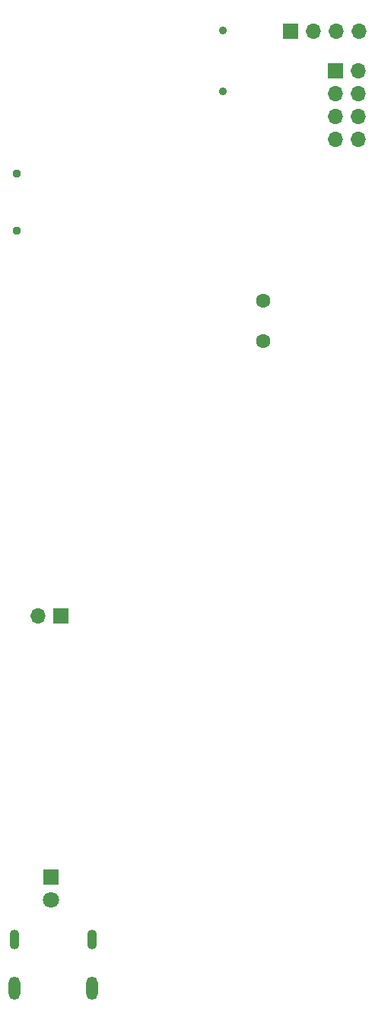
<source format=gbr>
%TF.GenerationSoftware,KiCad,Pcbnew,(5.1.7)-1*%
%TF.CreationDate,2020-11-25T00:45:14-08:00*%
%TF.ProjectId,eskate_remote,65736b61-7465-45f7-9265-6d6f74652e6b,rev?*%
%TF.SameCoordinates,Original*%
%TF.FileFunction,Soldermask,Bot*%
%TF.FilePolarity,Negative*%
%FSLAX46Y46*%
G04 Gerber Fmt 4.6, Leading zero omitted, Abs format (unit mm)*
G04 Created by KiCad (PCBNEW (5.1.7)-1) date 2020-11-25 00:45:14*
%MOMM*%
%LPD*%
G01*
G04 APERTURE LIST*
%ADD10O,1.300000X2.600000*%
%ADD11O,1.100000X2.200000*%
%ADD12C,1.600000*%
%ADD13C,0.900000*%
%ADD14O,1.700000X1.700000*%
%ADD15R,1.700000X1.700000*%
%ADD16C,0.950000*%
%ADD17C,1.800000*%
%ADD18R,1.800000X1.800000*%
G04 APERTURE END LIST*
D10*
%TO.C,J1*%
X109920000Y-148000000D03*
X101280000Y-148000000D03*
D11*
X109920000Y-142640000D03*
X101280000Y-142640000D03*
%TD*%
D12*
%TO.C,SW2*%
X128950000Y-71564000D03*
X128950000Y-76064000D03*
%TD*%
D13*
%TO.C,SW1*%
X124450000Y-48300000D03*
X124450000Y-41500000D03*
%TD*%
D14*
%TO.C,J5*%
X103910000Y-106600000D03*
D15*
X106450000Y-106600000D03*
%TD*%
D14*
%TO.C,J4*%
X139570000Y-41650000D03*
X137030000Y-41650000D03*
X134490000Y-41650000D03*
D15*
X131950000Y-41650000D03*
%TD*%
D14*
%TO.C,J3*%
X139540000Y-53620000D03*
X137000000Y-53620000D03*
X139540000Y-51080000D03*
X137000000Y-51080000D03*
X139540000Y-48540000D03*
X137000000Y-48540000D03*
X139540000Y-46000000D03*
D15*
X137000000Y-46000000D03*
%TD*%
D16*
%TO.C,J2*%
X101480000Y-57465000D03*
X101480000Y-63815000D03*
%TD*%
D17*
%TO.C,D2*%
X105300000Y-138190000D03*
D18*
X105300000Y-135650000D03*
%TD*%
M02*

</source>
